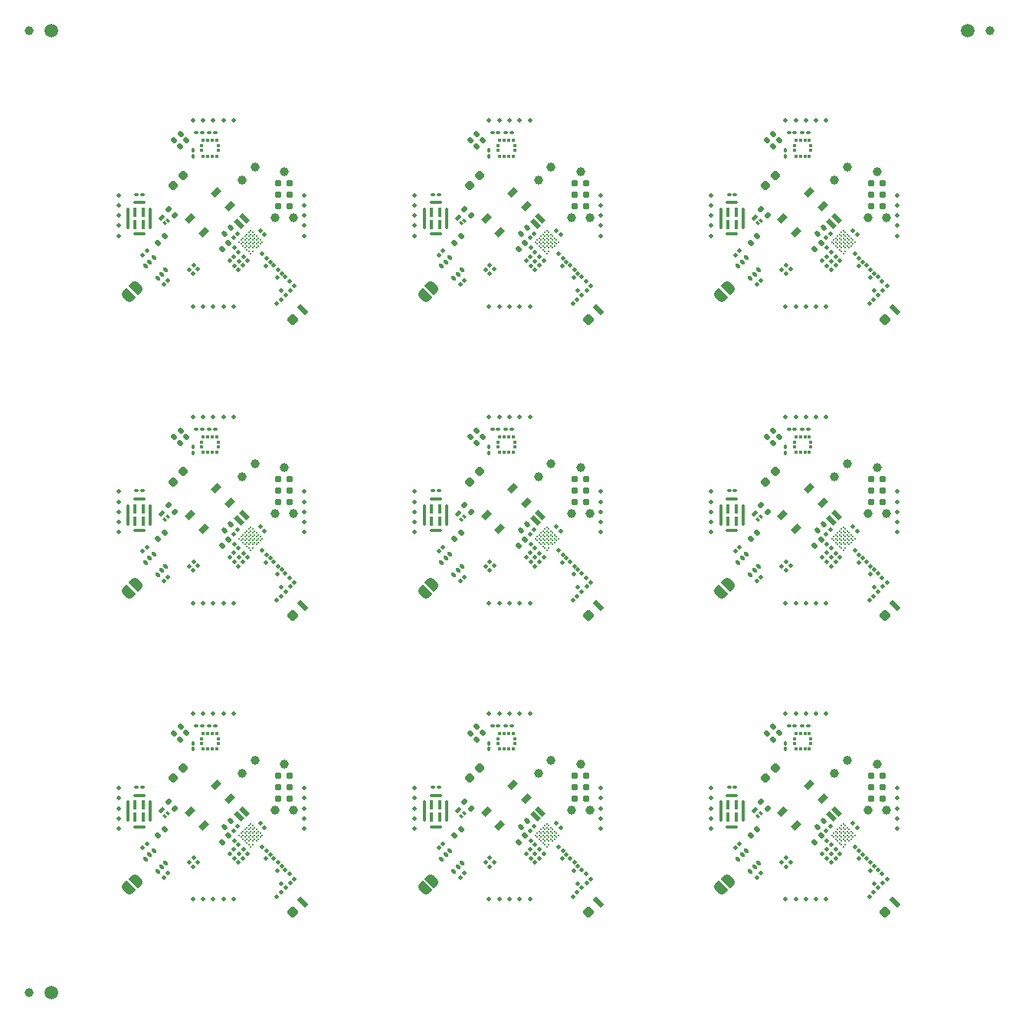
<source format=gts>
%TF.GenerationSoftware,KiCad,Pcbnew,9.0.0-rc2-3baa6cd791~182~ubuntu24.04.1*%
%TF.CreationDate,2025-01-30T23:50:26-05:00*%
%TF.ProjectId,PCA20073_nRF54L15_Tiny_Board,50434132-3030-4373-935f-6e524635344c,rev?*%
%TF.SameCoordinates,Original*%
%TF.FileFunction,Soldermask,Top*%
%TF.FilePolarity,Negative*%
%FSLAX46Y46*%
G04 Gerber Fmt 4.6, Leading zero omitted, Abs format (unit mm)*
G04 Created by KiCad (PCBNEW 9.0.0-rc2-3baa6cd791~182~ubuntu24.04.1) date 2025-01-30 23:50:26*
%MOMM*%
%LPD*%
G01*
G04 APERTURE LIST*
G04 Aperture macros list*
%AMRoundRect*
0 Rectangle with rounded corners*
0 $1 Rounding radius*
0 $2 $3 $4 $5 $6 $7 $8 $9 X,Y pos of 4 corners*
0 Add a 4 corners polygon primitive as box body*
4,1,4,$2,$3,$4,$5,$6,$7,$8,$9,$2,$3,0*
0 Add four circle primitives for the rounded corners*
1,1,$1+$1,$2,$3*
1,1,$1+$1,$4,$5*
1,1,$1+$1,$6,$7*
1,1,$1+$1,$8,$9*
0 Add four rect primitives between the rounded corners*
20,1,$1+$1,$2,$3,$4,$5,0*
20,1,$1+$1,$4,$5,$6,$7,0*
20,1,$1+$1,$6,$7,$8,$9,0*
20,1,$1+$1,$8,$9,$2,$3,0*%
%AMRotRect*
0 Rectangle, with rotation*
0 The origin of the aperture is its center*
0 $1 length*
0 $2 width*
0 $3 Rotation angle, in degrees counterclockwise*
0 Add horizontal line*
21,1,$1,$2,0,0,$3*%
%AMFreePoly0*
4,1,23,0.499999,-0.750000,0.000000,-0.750000,0.000000,-0.745722,-0.065263,-0.745722,-0.191342,-0.711940,-0.304381,-0.646677,-0.396677,-0.554382,-0.461940,-0.441342,-0.495722,-0.315263,-0.495722,-0.250000,-0.500000,-0.250000,-0.500000,0.250000,-0.495722,0.250000,-0.495722,0.315263,-0.461940,0.441342,-0.396677,0.554382,-0.304381,0.646677,-0.191342,0.711940,-0.065263,0.745722,0.000000,0.745722,
0.000000,0.750000,0.499999,0.750000,0.499999,-0.750000,0.499999,-0.750000,$1*%
%AMFreePoly1*
4,1,23,0.000000,0.745722,0.065263,0.745722,0.191342,0.711940,0.304381,0.646677,0.396677,0.554382,0.461940,0.441342,0.495722,0.315263,0.495722,0.250000,0.500000,0.250000,0.500000,-0.250000,0.495722,-0.250000,0.495722,-0.315263,0.461940,-0.441342,0.396677,-0.554382,0.304381,-0.646677,0.191342,-0.711940,0.065263,-0.745722,0.000000,-0.745722,0.000000,-0.750000,-0.499999,-0.750000,
-0.499999,0.750000,0.000000,0.750000,0.000000,0.745722,0.000000,0.745722,$1*%
G04 Aperture macros list end*
%ADD10C,0.500000*%
%ADD11RoundRect,0.100000X0.021213X0.162635X-0.162635X-0.021213X-0.021213X-0.162635X0.162635X0.021213X0*%
%ADD12RoundRect,0.100000X-0.229810X0.088388X0.088388X-0.229810X0.229810X-0.088388X-0.088388X0.229810X0*%
%ADD13C,1.500000*%
%ADD14RoundRect,0.100000X-0.162635X0.021213X0.021213X-0.162635X0.162635X-0.021213X-0.021213X0.162635X0*%
%ADD15RoundRect,0.075000X-0.282843X0.530330X-0.530330X0.282843X0.282843X-0.530330X0.530330X-0.282843X0*%
%ADD16RoundRect,0.150000X0.000000X0.494975X-0.494975X0.000000X0.000000X-0.494975X0.494975X0.000000X0*%
%ADD17RotRect,0.250000X0.400000X45.000000*%
%ADD18RotRect,0.700000X0.400000X45.000000*%
%ADD19RoundRect,0.147500X0.017678X-0.226274X0.226274X-0.017678X-0.017678X0.226274X-0.226274X0.017678X0*%
%ADD20RoundRect,0.100000X0.162635X-0.021213X-0.021213X0.162635X-0.162635X0.021213X0.021213X-0.162635X0*%
%ADD21C,1.000000*%
%ADD22RoundRect,0.060000X-0.140000X-0.415000X0.140000X-0.415000X0.140000X0.415000X-0.140000X0.415000X0*%
%ADD23RoundRect,0.052500X-0.122500X1.097500X-0.122500X-1.097500X0.122500X-1.097500X0.122500X1.097500X0*%
%ADD24RoundRect,0.052500X0.597500X0.122500X-0.597500X0.122500X-0.597500X-0.122500X0.597500X-0.122500X0*%
%ADD25RoundRect,0.135000X-0.035355X0.226274X-0.226274X0.035355X0.035355X-0.226274X0.226274X-0.035355X0*%
%ADD26RoundRect,0.135000X-0.226274X-0.035355X-0.035355X-0.226274X0.226274X0.035355X0.035355X0.226274X0*%
%ADD27RoundRect,0.100000X-0.021213X-0.162635X0.162635X0.021213X0.021213X0.162635X-0.162635X-0.021213X0*%
%ADD28RoundRect,0.100000X0.130000X0.100000X-0.130000X0.100000X-0.130000X-0.100000X0.130000X-0.100000X0*%
%ADD29RoundRect,0.140000X-0.021213X0.219203X-0.219203X0.021213X0.021213X-0.219203X0.219203X-0.021213X0*%
%ADD30RotRect,0.575000X1.114000X45.000000*%
%ADD31C,0.990600*%
%ADD32C,0.787400*%
%ADD33RoundRect,0.218750X0.026517X-0.335876X0.335876X-0.026517X-0.026517X0.335876X-0.335876X0.026517X0*%
%ADD34RoundRect,0.033000X0.132000X-0.162000X0.132000X0.162000X-0.132000X0.162000X-0.132000X-0.162000X0*%
%ADD35RoundRect,0.033000X0.162000X-0.132000X0.162000X0.132000X-0.162000X0.132000X-0.162000X-0.132000X0*%
%ADD36RoundRect,0.100000X-0.100000X0.130000X-0.100000X-0.130000X0.100000X-0.130000X0.100000X0.130000X0*%
%ADD37C,0.200000*%
%ADD38RoundRect,0.100000X-0.130000X-0.100000X0.130000X-0.100000X0.130000X0.100000X-0.130000X0.100000X0*%
%ADD39FreePoly0,45.000000*%
%ADD40FreePoly1,45.000000*%
%ADD41RotRect,1.050000X0.650000X45.000000*%
%ADD42C,0.150000*%
G04 APERTURE END LIST*
D10*
%TO.C,KiKit_MB_13_5*%
X105284002Y-75872784D03*
%TD*%
%TO.C,KiKit_MB_13_2*%
X105284002Y-79247784D03*
%TD*%
%TO.C,KiKit_MB_30_1*%
X158553049Y-108621521D03*
%TD*%
%TO.C,KiKit_MB_21_2*%
X170781475Y-79247784D03*
%TD*%
D11*
%TO.C,C4*%
X141167303Y-49284348D03*
X140714755Y-49736896D03*
%TD*%
D10*
%TO.C,KiKit_MB_3_2*%
X114626263Y-34906784D03*
%TD*%
%TO.C,KiKit_MB_4_2*%
X116876264Y-55427096D03*
%TD*%
D12*
%TO.C,U2*%
X141923907Y-115538426D03*
X141464288Y-115998046D03*
X141004668Y-116457665D03*
X142348171Y-117801168D03*
X142807790Y-117341548D03*
X143267410Y-116881929D03*
%TD*%
D13*
%TO.C,KiKit_TO_2*%
X199122785Y-25000000D03*
%TD*%
D14*
%TO.C,L2*%
X186679318Y-82379567D03*
X187131866Y-82832115D03*
%TD*%
D10*
%TO.C,KiKit_MB_32_4*%
X147375000Y-120924570D03*
%TD*%
D15*
%TO.C,AE1*%
X158349998Y-121244778D03*
D16*
X157253982Y-122340794D03*
%TD*%
D10*
%TO.C,KiKit_MB_18_4*%
X158553049Y-79247784D03*
%TD*%
D17*
%TO.C,Q1*%
X175927759Y-46240253D03*
X176245957Y-45922055D03*
D18*
X175591884Y-45586180D03*
%TD*%
D10*
%TO.C,KiKit_MB_26_1*%
X125804312Y-108621521D03*
%TD*%
%TO.C,KiKit_MB_2_3*%
X125804312Y-45374048D03*
%TD*%
D11*
%TO.C,C4*%
X108418566Y-49284348D03*
X107966018Y-49736896D03*
%TD*%
D10*
%TO.C,KiKit_MB_17_2*%
X138032738Y-79247784D03*
%TD*%
%TO.C,KiKit_MB_25_2*%
X105284002Y-111996521D03*
%TD*%
D19*
%TO.C,L1*%
X116733293Y-81841318D03*
X117419187Y-81155424D03*
%TD*%
D10*
%TO.C,KiKit_MB_1_2*%
X105284002Y-46499048D03*
%TD*%
D14*
%TO.C,L3*%
X155203373Y-83652360D03*
X155655921Y-84104908D03*
%TD*%
D20*
%TO.C,L18*%
X123748641Y-119646716D03*
X123296093Y-119194168D03*
%TD*%
D21*
%TO.C,TP1*%
X118933244Y-106982434D03*
%TD*%
D10*
%TO.C,KiKit_MB_28_3*%
X115751264Y-120924570D03*
%TD*%
D22*
%TO.C,MK1*%
X172633170Y-45018762D03*
X172633170Y-46368762D03*
X173533170Y-46368762D03*
X173533170Y-45018762D03*
D23*
X171858170Y-45693762D03*
D24*
X173083170Y-43968762D03*
X173083170Y-47418762D03*
D23*
X174308170Y-45693762D03*
%TD*%
D10*
%TO.C,KiKit_MB_34_4*%
X191301786Y-111996521D03*
%TD*%
%TO.C,KiKit_MB_7_2*%
X147374999Y-34906784D03*
%TD*%
%TO.C,KiKit_MB_17_1*%
X138032738Y-80372784D03*
%TD*%
D14*
%TO.C,R2*%
X113092542Y-116853645D03*
X113545090Y-117306193D03*
%TD*%
D11*
%TO.C,L7*%
X123232453Y-54665431D03*
X122779905Y-55117979D03*
%TD*%
D14*
%TO.C,L2*%
X121181844Y-49630830D03*
X121634392Y-50083378D03*
%TD*%
D25*
%TO.C,JP3*%
X144893755Y-69128387D03*
X144172507Y-69849635D03*
%TD*%
D26*
%TO.C,R1*%
X176291919Y-110157344D03*
X177013167Y-110878592D03*
%TD*%
D10*
%TO.C,KiKit_MB_14_4*%
X125804312Y-79247784D03*
%TD*%
D19*
%TO.C,L1*%
X182230767Y-49092581D03*
X182916661Y-48406687D03*
%TD*%
D10*
%TO.C,KiKit_MB_23_1*%
X178998736Y-67655514D03*
%TD*%
D27*
%TO.C,FB1*%
X150319952Y-50361837D03*
X150772500Y-49909289D03*
%TD*%
D28*
%TO.C,C17*%
X114508557Y-68979894D03*
X113868557Y-68979894D03*
%TD*%
D29*
%TO.C,C10*%
X150430402Y-112236238D03*
X149751580Y-112915060D03*
%TD*%
D10*
%TO.C,KiKit_MB_19_5*%
X150749999Y-67655536D03*
%TD*%
%TO.C,KiKit_MB_20_4*%
X147375000Y-88175833D03*
%TD*%
D14*
%TO.C,C12*%
X118575307Y-50418406D03*
X119027855Y-50870954D03*
%TD*%
D25*
%TO.C,R4*%
X143125988Y-47665074D03*
X142404740Y-48386322D03*
%TD*%
D30*
%TO.C,Y1*%
X184092706Y-111781554D03*
X184676070Y-111198190D03*
%TD*%
D14*
%TO.C,C2*%
X183577806Y-50913381D03*
X184030354Y-51365929D03*
%TD*%
D31*
%TO.C,J1*%
X156348886Y-40500595D03*
X157364886Y-45580595D03*
X155332886Y-45580595D03*
D32*
X155713886Y-41770595D03*
X156983886Y-41770595D03*
X155713886Y-43040595D03*
X156983886Y-43040595D03*
X155713886Y-44310595D03*
X156983886Y-44310595D03*
%TD*%
D33*
%TO.C,D1*%
X144054066Y-107539281D03*
X145167760Y-106425587D03*
%TD*%
D11*
%TO.C,C9*%
X156066043Y-84515030D03*
X155613495Y-84967578D03*
%TD*%
D21*
%TO.C,TP1*%
X118933244Y-74233697D03*
%TD*%
D10*
%TO.C,KiKit_MB_9_4*%
X170781475Y-44249048D03*
%TD*%
D14*
%TO.C,R3*%
X113587517Y-83609933D03*
X114040065Y-84062481D03*
%TD*%
D11*
%TO.C,C6*%
X187541988Y-83242238D03*
X187089440Y-83694786D03*
%TD*%
D27*
%TO.C,FB1*%
X183068689Y-115859311D03*
X183521237Y-115406763D03*
%TD*%
D14*
%TO.C,L4*%
X189224902Y-84925152D03*
X189677450Y-85377700D03*
%TD*%
%TO.C,C2*%
X150829069Y-50913381D03*
X151281617Y-51365929D03*
%TD*%
D10*
%TO.C,KiKit_MB_27_5*%
X118001262Y-100404273D03*
%TD*%
D34*
%TO.C,U3*%
X114647710Y-104306900D03*
X115147710Y-104306900D03*
X115647710Y-104306900D03*
X116147710Y-104306900D03*
D35*
X116312110Y-103696900D03*
X116312110Y-103196900D03*
D34*
X116147710Y-102586900D03*
X115647710Y-102586900D03*
X115147710Y-102586900D03*
X114647710Y-102586900D03*
D35*
X114483310Y-103196900D03*
X114483310Y-103696900D03*
%TD*%
D29*
%TO.C,C10*%
X117681665Y-112236238D03*
X117002843Y-112915060D03*
%TD*%
D36*
%TO.C,C16*%
X179000138Y-70943849D03*
X179000138Y-71583849D03*
%TD*%
D37*
%TO.C,U1*%
X152644494Y-82347889D03*
X152432362Y-82135757D03*
X152220230Y-81923625D03*
X152008098Y-81711493D03*
X151795966Y-81499361D03*
X151583834Y-81287228D03*
X151371702Y-81075096D03*
X152856626Y-82135757D03*
X152432362Y-81711493D03*
X152220230Y-81499361D03*
X152008098Y-81287228D03*
X151795966Y-81075096D03*
X151583834Y-80862964D03*
X152856626Y-81711493D03*
X152644494Y-81499361D03*
X152432362Y-81287228D03*
X152220230Y-81075096D03*
X152008098Y-80862964D03*
X151795966Y-80650832D03*
X153280891Y-81711493D03*
X153068759Y-81499361D03*
X152856626Y-81287228D03*
X152644494Y-81075096D03*
X152432362Y-80862964D03*
X152220230Y-80650832D03*
X152008098Y-80438700D03*
X153493023Y-81499361D03*
X153280891Y-81287228D03*
X153068759Y-81075096D03*
X152856626Y-80862964D03*
X152644494Y-80650832D03*
X152432362Y-80438700D03*
X152220230Y-80226568D03*
X153705155Y-81287228D03*
X153493023Y-81075096D03*
X153280891Y-80862964D03*
X153068759Y-80650832D03*
X152856626Y-80438700D03*
X152644494Y-80226568D03*
X152432362Y-80014436D03*
X153917287Y-81075096D03*
X153705155Y-80862964D03*
X153493023Y-80650832D03*
X153280891Y-80438700D03*
X153068759Y-80226568D03*
X152856626Y-80014436D03*
X152644494Y-79802304D03*
%TD*%
D14*
%TO.C,L2*%
X153930581Y-82379567D03*
X154383129Y-82832115D03*
%TD*%
D11*
%TO.C,C11*%
X118448027Y-47363705D03*
X117995479Y-47816253D03*
%TD*%
D10*
%TO.C,KiKit_MB_31_5*%
X150749999Y-100404273D03*
%TD*%
D14*
%TO.C,C12*%
X118575307Y-115915880D03*
X119027855Y-116368428D03*
%TD*%
D26*
%TO.C,R1*%
X143543182Y-44659870D03*
X144264430Y-45381118D03*
%TD*%
D14*
%TO.C,R2*%
X145841279Y-51356171D03*
X146293827Y-51808719D03*
%TD*%
D38*
%TO.C,C15*%
X180843885Y-101735702D03*
X181483885Y-101735702D03*
%TD*%
D34*
%TO.C,U3*%
X147396447Y-38809426D03*
X147896447Y-38809426D03*
X148396447Y-38809426D03*
X148896447Y-38809426D03*
D35*
X149060847Y-38199426D03*
X149060847Y-37699426D03*
D34*
X148896447Y-37089426D03*
X148396447Y-37089426D03*
X147896447Y-37089426D03*
X147396447Y-37089426D03*
D35*
X147232047Y-37699426D03*
X147232047Y-38199426D03*
%TD*%
D10*
%TO.C,KiKit_MB_28_2*%
X116876264Y-120924570D03*
%TD*%
D26*
%TO.C,R1*%
X110794445Y-110157344D03*
X111515693Y-110878592D03*
%TD*%
D10*
%TO.C,KiKit_MB_33_2*%
X170781475Y-111996521D03*
%TD*%
D14*
%TO.C,L3*%
X187952110Y-83652360D03*
X188404658Y-84104908D03*
%TD*%
D28*
%TO.C,C17*%
X114508557Y-101728631D03*
X113868557Y-101728631D03*
%TD*%
D36*
%TO.C,C16*%
X146251401Y-70943849D03*
X146251401Y-71583849D03*
%TD*%
D10*
%TO.C,KiKit_MB_32_1*%
X150750000Y-120924570D03*
%TD*%
D14*
%TO.C,C12*%
X118575307Y-83167143D03*
X119027855Y-83619691D03*
%TD*%
%TO.C,R3*%
X146336254Y-116358670D03*
X146788802Y-116811218D03*
%TD*%
D15*
%TO.C,AE1*%
X191098735Y-121244778D03*
D16*
X190002719Y-122340794D03*
%TD*%
D10*
%TO.C,KiKit_MB_8_1*%
X150750000Y-55427096D03*
%TD*%
D39*
%TO.C,JP1*%
X139060125Y-119745712D03*
D40*
X139979363Y-118826474D03*
%TD*%
D14*
%TO.C,R3*%
X179084991Y-83609933D03*
X179537539Y-84062481D03*
%TD*%
D39*
%TO.C,JP1*%
X106311388Y-119745712D03*
D40*
X107230626Y-118826474D03*
%TD*%
D27*
%TO.C,FB1*%
X150319952Y-83110574D03*
X150772500Y-82658026D03*
%TD*%
D11*
%TO.C,C4*%
X108418566Y-114781822D03*
X107966018Y-115234370D03*
%TD*%
D10*
%TO.C,KiKit_MB_12_5*%
X178998737Y-55427096D03*
%TD*%
D34*
%TO.C,U3*%
X180145184Y-104306900D03*
X180645184Y-104306900D03*
X181145184Y-104306900D03*
X181645184Y-104306900D03*
D35*
X181809584Y-103696900D03*
X181809584Y-103196900D03*
D34*
X181645184Y-102586900D03*
X181145184Y-102586900D03*
X180645184Y-102586900D03*
X180145184Y-102586900D03*
D35*
X179980784Y-103196900D03*
X179980784Y-103696900D03*
%TD*%
D10*
%TO.C,KiKit_MB_16_4*%
X114626264Y-88175833D03*
%TD*%
D25*
%TO.C,JP3*%
X177642492Y-101877124D03*
X176921244Y-102598372D03*
%TD*%
D10*
%TO.C,KiKit_MB_20_1*%
X150750000Y-88175833D03*
%TD*%
D20*
%TO.C,C1*%
X118539951Y-114890575D03*
X118087403Y-114438027D03*
%TD*%
D38*
%TO.C,C15*%
X180843885Y-36238228D03*
X181483885Y-36238228D03*
%TD*%
D15*
%TO.C,AE1*%
X125601261Y-121244778D03*
D16*
X124505245Y-122340794D03*
%TD*%
D11*
%TO.C,C6*%
X187541988Y-50493501D03*
X187089440Y-50946049D03*
%TD*%
D20*
%TO.C,C1*%
X151288688Y-82141838D03*
X150836140Y-81689290D03*
%TD*%
D10*
%TO.C,KiKit_MB_23_5*%
X183498736Y-67655536D03*
%TD*%
D36*
%TO.C,C16*%
X113502664Y-103692586D03*
X113502664Y-104332586D03*
%TD*%
D10*
%TO.C,KiKit_MB_16_1*%
X118001263Y-88175833D03*
%TD*%
D25*
%TO.C,JP2*%
X145558436Y-37044330D03*
X144837188Y-37765578D03*
%TD*%
D19*
%TO.C,L1*%
X182230767Y-81841318D03*
X182916661Y-81155424D03*
%TD*%
D14*
%TO.C,C2*%
X183577806Y-116410855D03*
X184030354Y-116863403D03*
%TD*%
D30*
%TO.C,Y1*%
X184092706Y-79032817D03*
X184676070Y-78449453D03*
%TD*%
D10*
%TO.C,KiKit_MB_10_5*%
X191301786Y-47624047D03*
%TD*%
%TO.C,KiKit_MB_11_5*%
X183498736Y-34906800D03*
%TD*%
D34*
%TO.C,U3*%
X114647710Y-38809426D03*
X115147710Y-38809426D03*
X115647710Y-38809426D03*
X116147710Y-38809426D03*
D35*
X116312110Y-38199426D03*
X116312110Y-37699426D03*
D34*
X116147710Y-37089426D03*
X115647710Y-37089426D03*
X115147710Y-37089426D03*
X114647710Y-37089426D03*
D35*
X114483310Y-37699426D03*
X114483310Y-38199426D03*
%TD*%
D41*
%TO.C,SW1*%
X145919061Y-78476338D03*
X148853554Y-75541845D03*
X147439340Y-79996617D03*
X150356156Y-77079802D03*
%TD*%
D10*
%TO.C,KiKit_MB_22_4*%
X191301786Y-79247784D03*
%TD*%
D11*
%TO.C,C4*%
X141167303Y-82033085D03*
X140714755Y-82485633D03*
%TD*%
D10*
%TO.C,KiKit_MB_6_2*%
X158553049Y-44249048D03*
%TD*%
%TO.C,KiKit_MB_25_5*%
X105284002Y-108621521D03*
%TD*%
D20*
%TO.C,C8*%
X121408713Y-80229367D03*
X120956165Y-79776819D03*
%TD*%
D14*
%TO.C,C12*%
X184072781Y-50418406D03*
X184525329Y-50870954D03*
%TD*%
D10*
%TO.C,KiKit_MB_5_2*%
X138032738Y-46499048D03*
%TD*%
D14*
%TO.C,C2*%
X150829069Y-116410855D03*
X151281617Y-116863403D03*
%TD*%
D10*
%TO.C,KiKit_MB_10_3*%
X191301786Y-45374048D03*
%TD*%
D38*
%TO.C,C20*%
X107285393Y-108552211D03*
X107925393Y-108552211D03*
%TD*%
D11*
%TO.C,C4*%
X173916040Y-114781822D03*
X173463492Y-115234370D03*
%TD*%
D33*
%TO.C,D1*%
X144054066Y-42041807D03*
X145167760Y-40928113D03*
%TD*%
D15*
%TO.C,AE1*%
X125601261Y-88496041D03*
D16*
X124505245Y-89592057D03*
%TD*%
D10*
%TO.C,KiKit_MB_3_5*%
X118001262Y-34906800D03*
%TD*%
D14*
%TO.C,C12*%
X151324044Y-83167143D03*
X151776592Y-83619691D03*
%TD*%
%TO.C,C5*%
X119077353Y-49930502D03*
X119529901Y-50383050D03*
%TD*%
D25*
%TO.C,JP3*%
X177642492Y-36379650D03*
X176921244Y-37100898D03*
%TD*%
D10*
%TO.C,KiKit_MB_21_4*%
X170781475Y-76997784D03*
%TD*%
D11*
%TO.C,L6*%
X157473185Y-118670909D03*
X157020637Y-119123457D03*
%TD*%
%TO.C,L7*%
X188729927Y-87414168D03*
X188277379Y-87866716D03*
%TD*%
D42*
%TO.C,Y2*%
X120010734Y-116679555D03*
X119833957Y-116856332D03*
X119657180Y-116679555D03*
X119833957Y-116502778D03*
%TD*%
D14*
%TO.C,L4*%
X189224902Y-117673889D03*
X189677450Y-118126437D03*
%TD*%
D10*
%TO.C,KiKit_MB_19_1*%
X146249999Y-67655514D03*
%TD*%
D38*
%TO.C,C15*%
X115346411Y-68986965D03*
X115986411Y-68986965D03*
%TD*%
D10*
%TO.C,KiKit_MB_32_2*%
X149625000Y-120924570D03*
%TD*%
D25*
%TO.C,R4*%
X110377251Y-80413811D03*
X109656003Y-81135059D03*
%TD*%
D10*
%TO.C,KiKit_MB_17_4*%
X138032738Y-76997784D03*
%TD*%
D14*
%TO.C,R3*%
X146336254Y-83609933D03*
X146788802Y-84062481D03*
%TD*%
D29*
%TO.C,C10*%
X183179139Y-79487501D03*
X182500317Y-80166323D03*
%TD*%
%TO.C,C10*%
X117681665Y-79487501D03*
X117002843Y-80166323D03*
%TD*%
D10*
%TO.C,KiKit_MB_6_5*%
X158553049Y-47624047D03*
%TD*%
D14*
%TO.C,C5*%
X151826090Y-82679239D03*
X152278638Y-83131787D03*
%TD*%
D11*
%TO.C,C6*%
X154793251Y-115990975D03*
X154340703Y-116443523D03*
%TD*%
D33*
%TO.C,D1*%
X176802803Y-74790544D03*
X177916497Y-73676850D03*
%TD*%
D14*
%TO.C,L2*%
X186679318Y-115128304D03*
X187131866Y-115580852D03*
%TD*%
D34*
%TO.C,U3*%
X114647710Y-71558163D03*
X115147710Y-71558163D03*
X115647710Y-71558163D03*
X116147710Y-71558163D03*
D35*
X116312110Y-70948163D03*
X116312110Y-70448163D03*
D34*
X116147710Y-69838163D03*
X115647710Y-69838163D03*
X115147710Y-69838163D03*
X114647710Y-69838163D03*
D35*
X114483310Y-70448163D03*
X114483310Y-70948163D03*
%TD*%
D10*
%TO.C,KiKit_MB_34_2*%
X191301786Y-109746521D03*
%TD*%
D20*
%TO.C,C1*%
X118539951Y-82141838D03*
X118087403Y-81689290D03*
%TD*%
%TO.C,C8*%
X154157450Y-80229367D03*
X153704902Y-79776819D03*
%TD*%
D27*
%TO.C,C3*%
X110313613Y-118501203D03*
X110766161Y-118048655D03*
%TD*%
D21*
%TO.C,TP1*%
X151681981Y-106982434D03*
%TD*%
D31*
%TO.C,J1*%
X189097623Y-73249332D03*
X190113623Y-78329332D03*
X188081623Y-78329332D03*
D32*
X188462623Y-74519332D03*
X189732623Y-74519332D03*
X188462623Y-75789332D03*
X189732623Y-75789332D03*
X188462623Y-77059332D03*
X189732623Y-77059332D03*
%TD*%
D19*
%TO.C,L1*%
X149482030Y-81841318D03*
X150167924Y-81155424D03*
%TD*%
D10*
%TO.C,KiKit_MB_24_1*%
X183498737Y-88175833D03*
%TD*%
D30*
%TO.C,Y1*%
X151343969Y-79032817D03*
X151927333Y-78449453D03*
%TD*%
D14*
%TO.C,C2*%
X150829069Y-83662118D03*
X151281617Y-84114666D03*
%TD*%
D21*
%TO.C,TP1*%
X184430718Y-106982434D03*
%TD*%
D10*
%TO.C,KiKit_MB_23_2*%
X180123736Y-67655520D03*
%TD*%
D11*
%TO.C,C9*%
X123317306Y-117263767D03*
X122864758Y-117716315D03*
%TD*%
D14*
%TO.C,C2*%
X118080332Y-116410855D03*
X118532880Y-116863403D03*
%TD*%
D37*
%TO.C,U1*%
X185393231Y-82347889D03*
X185181099Y-82135757D03*
X184968967Y-81923625D03*
X184756835Y-81711493D03*
X184544703Y-81499361D03*
X184332571Y-81287228D03*
X184120439Y-81075096D03*
X185605363Y-82135757D03*
X185181099Y-81711493D03*
X184968967Y-81499361D03*
X184756835Y-81287228D03*
X184544703Y-81075096D03*
X184332571Y-80862964D03*
X185605363Y-81711493D03*
X185393231Y-81499361D03*
X185181099Y-81287228D03*
X184968967Y-81075096D03*
X184756835Y-80862964D03*
X184544703Y-80650832D03*
X186029628Y-81711493D03*
X185817496Y-81499361D03*
X185605363Y-81287228D03*
X185393231Y-81075096D03*
X185181099Y-80862964D03*
X184968967Y-80650832D03*
X184756835Y-80438700D03*
X186241760Y-81499361D03*
X186029628Y-81287228D03*
X185817496Y-81075096D03*
X185605363Y-80862964D03*
X185393231Y-80650832D03*
X185181099Y-80438700D03*
X184968967Y-80226568D03*
X186453892Y-81287228D03*
X186241760Y-81075096D03*
X186029628Y-80862964D03*
X185817496Y-80650832D03*
X185605363Y-80438700D03*
X185393231Y-80226568D03*
X185181099Y-80014436D03*
X186666024Y-81075096D03*
X186453892Y-80862964D03*
X186241760Y-80650832D03*
X186029628Y-80438700D03*
X185817496Y-80226568D03*
X185605363Y-80014436D03*
X185393231Y-79802304D03*
%TD*%
D31*
%TO.C,J1*%
X123600149Y-105998069D03*
X124616149Y-111078069D03*
X122584149Y-111078069D03*
D32*
X122965149Y-107268069D03*
X124235149Y-107268069D03*
X122965149Y-108538069D03*
X124235149Y-108538069D03*
X122965149Y-109808069D03*
X124235149Y-109808069D03*
%TD*%
D34*
%TO.C,U3*%
X147396447Y-71558163D03*
X147896447Y-71558163D03*
X148396447Y-71558163D03*
X148896447Y-71558163D03*
D35*
X149060847Y-70948163D03*
X149060847Y-70448163D03*
D34*
X148896447Y-69838163D03*
X148396447Y-69838163D03*
X147896447Y-69838163D03*
X147396447Y-69838163D03*
D35*
X147232047Y-70448163D03*
X147232047Y-70948163D03*
%TD*%
D10*
%TO.C,KiKit_MB_2_4*%
X125804312Y-46499048D03*
%TD*%
%TO.C,KiKit_MB_15_5*%
X118001262Y-67655536D03*
%TD*%
%TO.C,KiKit_MB_27_4*%
X116876263Y-100404267D03*
%TD*%
D36*
%TO.C,C16*%
X146251401Y-38195112D03*
X146251401Y-38835112D03*
%TD*%
D27*
%TO.C,C3*%
X175811087Y-118501203D03*
X176263635Y-118048655D03*
%TD*%
D10*
%TO.C,KiKit_MB_16_5*%
X113501264Y-88175833D03*
%TD*%
%TO.C,KiKit_MB_35_5*%
X183498736Y-100404273D03*
%TD*%
D20*
%TO.C,L18*%
X123748641Y-86897979D03*
X123296093Y-86445431D03*
%TD*%
%TO.C,L18*%
X189246115Y-119646716D03*
X188793567Y-119194168D03*
%TD*%
D10*
%TO.C,KiKit_MB_27_1*%
X113501263Y-100404251D03*
%TD*%
D25*
%TO.C,JP2*%
X178307173Y-102541804D03*
X177585925Y-103263052D03*
%TD*%
D10*
%TO.C,KiKit_MB_18_2*%
X158553049Y-76997784D03*
%TD*%
D21*
%TO.C,TP2*%
X185844932Y-72819484D03*
%TD*%
D30*
%TO.C,Y1*%
X118595232Y-46284080D03*
X119178596Y-45700716D03*
%TD*%
D10*
%TO.C,KiKit_MB_24_2*%
X182373737Y-88175833D03*
%TD*%
%TO.C,KiKit_MB_22_3*%
X191301786Y-78122784D03*
%TD*%
D38*
%TO.C,C20*%
X172782867Y-75803474D03*
X173422867Y-75803474D03*
%TD*%
D11*
%TO.C,L6*%
X190221922Y-118670909D03*
X189769374Y-119123457D03*
%TD*%
D36*
%TO.C,C16*%
X113502664Y-70943849D03*
X113502664Y-71583849D03*
%TD*%
D27*
%TO.C,C3*%
X110313613Y-53003729D03*
X110766161Y-52551181D03*
%TD*%
D13*
%TO.C,KiKit_TO_3*%
X97877216Y-131245569D03*
%TD*%
D10*
%TO.C,KiKit_MB_5_5*%
X138032738Y-43124048D03*
%TD*%
D14*
%TO.C,L3*%
X122454636Y-83652360D03*
X122907184Y-84104908D03*
%TD*%
D21*
%TO.C,TP1*%
X151681981Y-74233697D03*
%TD*%
D41*
%TO.C,SW1*%
X113170324Y-45727601D03*
X116104817Y-42793108D03*
X114690603Y-47247880D03*
X117607419Y-44331065D03*
%TD*%
D10*
%TO.C,KiKit_MB_31_2*%
X147374999Y-100404257D03*
%TD*%
D38*
%TO.C,C15*%
X115346411Y-101735702D03*
X115986411Y-101735702D03*
%TD*%
D39*
%TO.C,JP1*%
X139060125Y-54248238D03*
D40*
X139979363Y-53329000D03*
%TD*%
D41*
%TO.C,SW1*%
X113170324Y-111225075D03*
X116104817Y-108290582D03*
X114690603Y-112745354D03*
X117607419Y-109828539D03*
%TD*%
D14*
%TO.C,C12*%
X184072781Y-115915880D03*
X184525329Y-116368428D03*
%TD*%
D27*
%TO.C,FB1*%
X117571215Y-83110574D03*
X118023763Y-82658026D03*
%TD*%
%TO.C,FB1*%
X150319952Y-115859311D03*
X150772500Y-115406763D03*
%TD*%
D21*
%TO.C,TP2*%
X185844932Y-105568221D03*
%TD*%
%TO.C,TP2*%
X153096195Y-105568221D03*
%TD*%
D12*
%TO.C,U2*%
X141923907Y-82789689D03*
X141464288Y-83249309D03*
X141004668Y-83708928D03*
X142348171Y-85052431D03*
X142807790Y-84592811D03*
X143267410Y-84133192D03*
%TD*%
D10*
%TO.C,KiKit_MB_12_4*%
X180123737Y-55427096D03*
%TD*%
D33*
%TO.C,D1*%
X111305329Y-74790544D03*
X112419023Y-73676850D03*
%TD*%
D27*
%TO.C,C3*%
X143062350Y-118501203D03*
X143514898Y-118048655D03*
%TD*%
D10*
%TO.C,KiKit_MB_5_1*%
X138032738Y-47624047D03*
%TD*%
D14*
%TO.C,C5*%
X151826090Y-49930502D03*
X152278638Y-50383050D03*
%TD*%
D11*
%TO.C,L7*%
X188729927Y-120162905D03*
X188277379Y-120615453D03*
%TD*%
D10*
%TO.C,KiKit_MB_13_4*%
X105284002Y-76997784D03*
%TD*%
D26*
%TO.C,R1*%
X110794445Y-77408607D03*
X111515693Y-78129855D03*
%TD*%
D10*
%TO.C,KiKit_MB_18_1*%
X158553049Y-75872784D03*
%TD*%
D34*
%TO.C,U3*%
X180145184Y-71558163D03*
X180645184Y-71558163D03*
X181145184Y-71558163D03*
X181645184Y-71558163D03*
D35*
X181809584Y-70948163D03*
X181809584Y-70448163D03*
D34*
X181645184Y-69838163D03*
X181145184Y-69838163D03*
X180645184Y-69838163D03*
X180145184Y-69838163D03*
D35*
X179980784Y-70448163D03*
X179980784Y-70948163D03*
%TD*%
D25*
%TO.C,JP2*%
X112809699Y-37044330D03*
X112088451Y-37765578D03*
%TD*%
D14*
%TO.C,C5*%
X119077353Y-115427976D03*
X119529901Y-115880524D03*
%TD*%
D21*
%TO.C,KiKit_FID_T_2*%
X201622785Y-25000000D03*
%TD*%
D10*
%TO.C,KiKit_MB_14_3*%
X125804312Y-78122784D03*
%TD*%
D25*
%TO.C,JP3*%
X112145018Y-36379650D03*
X111423770Y-37100898D03*
%TD*%
D36*
%TO.C,C16*%
X179000138Y-38195112D03*
X179000138Y-38835112D03*
%TD*%
D26*
%TO.C,R1*%
X176291919Y-77408607D03*
X177013167Y-78129855D03*
%TD*%
D15*
%TO.C,AE1*%
X158349998Y-55747304D03*
D16*
X157253982Y-56843320D03*
%TD*%
D10*
%TO.C,KiKit_MB_10_4*%
X191301786Y-46499048D03*
%TD*%
%TO.C,KiKit_MB_1_3*%
X105284002Y-45374048D03*
%TD*%
%TO.C,KiKit_MB_7_1*%
X146249999Y-34906778D03*
%TD*%
D25*
%TO.C,R4*%
X143125988Y-80413811D03*
X142404740Y-81135059D03*
%TD*%
D22*
%TO.C,MK1*%
X172633170Y-77767499D03*
X172633170Y-79117499D03*
X173533170Y-79117499D03*
X173533170Y-77767499D03*
D23*
X171858170Y-78442499D03*
D24*
X173083170Y-76717499D03*
X173083170Y-80167499D03*
D23*
X174308170Y-78442499D03*
%TD*%
D28*
%TO.C,C17*%
X180006031Y-101728631D03*
X179366031Y-101728631D03*
%TD*%
D21*
%TO.C,KiKit_FID_T_3*%
X95377216Y-131245569D03*
%TD*%
D11*
%TO.C,C9*%
X156066043Y-117263767D03*
X155613495Y-117716315D03*
%TD*%
D17*
%TO.C,Q1*%
X143179022Y-78988990D03*
X143497220Y-78670792D03*
D18*
X142843147Y-78334917D03*
%TD*%
D10*
%TO.C,KiKit_MB_11_1*%
X178998736Y-34906778D03*
%TD*%
D14*
%TO.C,L4*%
X156476165Y-84925152D03*
X156928713Y-85377700D03*
%TD*%
D11*
%TO.C,L7*%
X188729927Y-54665431D03*
X188277379Y-55117979D03*
%TD*%
D10*
%TO.C,KiKit_MB_12_1*%
X183498737Y-55427096D03*
%TD*%
D21*
%TO.C,TP2*%
X185844932Y-40070747D03*
%TD*%
D11*
%TO.C,C11*%
X183945501Y-47363705D03*
X183492953Y-47816253D03*
%TD*%
D10*
%TO.C,KiKit_MB_27_3*%
X115751263Y-100404262D03*
%TD*%
D42*
%TO.C,Y2*%
X120010734Y-51182081D03*
X119833957Y-51358858D03*
X119657180Y-51182081D03*
X119833957Y-51005304D03*
%TD*%
D10*
%TO.C,KiKit_MB_22_2*%
X191301786Y-76997784D03*
%TD*%
D14*
%TO.C,R3*%
X179084991Y-116358670D03*
X179537539Y-116811218D03*
%TD*%
D17*
%TO.C,Q1*%
X143179022Y-111737727D03*
X143497220Y-111419529D03*
D18*
X142843147Y-111083654D03*
%TD*%
D19*
%TO.C,L1*%
X149482030Y-114590055D03*
X150167924Y-113904161D03*
%TD*%
D10*
%TO.C,KiKit_MB_8_2*%
X149625000Y-55427096D03*
%TD*%
D29*
%TO.C,C10*%
X183179139Y-46738764D03*
X182500317Y-47417586D03*
%TD*%
%TO.C,C10*%
X150430402Y-79487501D03*
X149751580Y-80166323D03*
%TD*%
D10*
%TO.C,KiKit_MB_32_5*%
X146250000Y-120924570D03*
%TD*%
D20*
%TO.C,C1*%
X184037425Y-114890575D03*
X183584877Y-114438027D03*
%TD*%
D10*
%TO.C,KiKit_MB_35_3*%
X181248736Y-100404262D03*
%TD*%
D37*
%TO.C,U1*%
X185393231Y-49599152D03*
X185181099Y-49387020D03*
X184968967Y-49174888D03*
X184756835Y-48962756D03*
X184544703Y-48750624D03*
X184332571Y-48538491D03*
X184120439Y-48326359D03*
X185605363Y-49387020D03*
X185181099Y-48962756D03*
X184968967Y-48750624D03*
X184756835Y-48538491D03*
X184544703Y-48326359D03*
X184332571Y-48114227D03*
X185605363Y-48962756D03*
X185393231Y-48750624D03*
X185181099Y-48538491D03*
X184968967Y-48326359D03*
X184756835Y-48114227D03*
X184544703Y-47902095D03*
X186029628Y-48962756D03*
X185817496Y-48750624D03*
X185605363Y-48538491D03*
X185393231Y-48326359D03*
X185181099Y-48114227D03*
X184968967Y-47902095D03*
X184756835Y-47689963D03*
X186241760Y-48750624D03*
X186029628Y-48538491D03*
X185817496Y-48326359D03*
X185605363Y-48114227D03*
X185393231Y-47902095D03*
X185181099Y-47689963D03*
X184968967Y-47477831D03*
X186453892Y-48538491D03*
X186241760Y-48326359D03*
X186029628Y-48114227D03*
X185817496Y-47902095D03*
X185605363Y-47689963D03*
X185393231Y-47477831D03*
X185181099Y-47265699D03*
X186666024Y-48326359D03*
X186453892Y-48114227D03*
X186241760Y-47902095D03*
X186029628Y-47689963D03*
X185817496Y-47477831D03*
X185605363Y-47265699D03*
X185393231Y-47053567D03*
%TD*%
D14*
%TO.C,L4*%
X156476165Y-117673889D03*
X156928713Y-118126437D03*
%TD*%
D31*
%TO.C,J1*%
X123600149Y-73249332D03*
X124616149Y-78329332D03*
X122584149Y-78329332D03*
D32*
X122965149Y-74519332D03*
X124235149Y-74519332D03*
X122965149Y-75789332D03*
X124235149Y-75789332D03*
X122965149Y-77059332D03*
X124235149Y-77059332D03*
%TD*%
D20*
%TO.C,L18*%
X189246115Y-86897979D03*
X188793567Y-86445431D03*
%TD*%
D10*
%TO.C,KiKit_MB_13_3*%
X105284002Y-78122784D03*
%TD*%
D20*
%TO.C,C1*%
X151288688Y-49393101D03*
X150836140Y-48940553D03*
%TD*%
D10*
%TO.C,KiKit_MB_22_5*%
X191301786Y-80372784D03*
%TD*%
D25*
%TO.C,JP2*%
X112809699Y-69793067D03*
X112088451Y-70514315D03*
%TD*%
D10*
%TO.C,KiKit_MB_33_3*%
X170781475Y-110871521D03*
%TD*%
D22*
%TO.C,MK1*%
X172633170Y-110516236D03*
X172633170Y-111866236D03*
X173533170Y-111866236D03*
X173533170Y-110516236D03*
D23*
X171858170Y-111191236D03*
D24*
X173083170Y-109466236D03*
X173083170Y-112916236D03*
D23*
X174308170Y-111191236D03*
%TD*%
D27*
%TO.C,C3*%
X175811087Y-53003729D03*
X176263635Y-52551181D03*
%TD*%
D14*
%TO.C,C5*%
X119077353Y-82679239D03*
X119529901Y-83131787D03*
%TD*%
D17*
%TO.C,Q1*%
X175927759Y-78988990D03*
X176245957Y-78670792D03*
D18*
X175591884Y-78334917D03*
%TD*%
D14*
%TO.C,L3*%
X122454636Y-50903623D03*
X122907184Y-51356171D03*
%TD*%
D37*
%TO.C,U1*%
X119895757Y-49599152D03*
X119683625Y-49387020D03*
X119471493Y-49174888D03*
X119259361Y-48962756D03*
X119047229Y-48750624D03*
X118835097Y-48538491D03*
X118622965Y-48326359D03*
X120107889Y-49387020D03*
X119683625Y-48962756D03*
X119471493Y-48750624D03*
X119259361Y-48538491D03*
X119047229Y-48326359D03*
X118835097Y-48114227D03*
X120107889Y-48962756D03*
X119895757Y-48750624D03*
X119683625Y-48538491D03*
X119471493Y-48326359D03*
X119259361Y-48114227D03*
X119047229Y-47902095D03*
X120532154Y-48962756D03*
X120320022Y-48750624D03*
X120107889Y-48538491D03*
X119895757Y-48326359D03*
X119683625Y-48114227D03*
X119471493Y-47902095D03*
X119259361Y-47689963D03*
X120744286Y-48750624D03*
X120532154Y-48538491D03*
X120320022Y-48326359D03*
X120107889Y-48114227D03*
X119895757Y-47902095D03*
X119683625Y-47689963D03*
X119471493Y-47477831D03*
X120956418Y-48538491D03*
X120744286Y-48326359D03*
X120532154Y-48114227D03*
X120320022Y-47902095D03*
X120107889Y-47689963D03*
X119895757Y-47477831D03*
X119683625Y-47265699D03*
X121168550Y-48326359D03*
X120956418Y-48114227D03*
X120744286Y-47902095D03*
X120532154Y-47689963D03*
X120320022Y-47477831D03*
X120107889Y-47265699D03*
X119895757Y-47053567D03*
%TD*%
D15*
%TO.C,AE1*%
X125601261Y-55747304D03*
D16*
X124505245Y-56843320D03*
%TD*%
D10*
%TO.C,KiKit_MB_34_1*%
X191301786Y-108621521D03*
%TD*%
D14*
%TO.C,L4*%
X156476165Y-52176415D03*
X156928713Y-52628963D03*
%TD*%
D25*
%TO.C,JP3*%
X112145018Y-101877124D03*
X111423770Y-102598372D03*
%TD*%
D38*
%TO.C,C20*%
X172782867Y-43054737D03*
X173422867Y-43054737D03*
%TD*%
D10*
%TO.C,KiKit_MB_25_1*%
X105284002Y-113121521D03*
%TD*%
D11*
%TO.C,L6*%
X157473185Y-85922172D03*
X157020637Y-86374720D03*
%TD*%
D34*
%TO.C,U3*%
X147396447Y-104306900D03*
X147896447Y-104306900D03*
X148396447Y-104306900D03*
X148896447Y-104306900D03*
D35*
X149060847Y-103696900D03*
X149060847Y-103196900D03*
D34*
X148896447Y-102586900D03*
X148396447Y-102586900D03*
X147896447Y-102586900D03*
X147396447Y-102586900D03*
D35*
X147232047Y-103196900D03*
X147232047Y-103696900D03*
%TD*%
D21*
%TO.C,TP1*%
X151681981Y-41484960D03*
%TD*%
D11*
%TO.C,C11*%
X183945501Y-80112442D03*
X183492953Y-80564990D03*
%TD*%
D25*
%TO.C,R4*%
X110377251Y-113162548D03*
X109656003Y-113883796D03*
%TD*%
D10*
%TO.C,KiKit_MB_28_1*%
X118001263Y-120924570D03*
%TD*%
D14*
%TO.C,C2*%
X183577806Y-83662118D03*
X184030354Y-84114666D03*
%TD*%
D10*
%TO.C,KiKit_MB_19_4*%
X149624999Y-67655530D03*
%TD*%
%TO.C,KiKit_MB_23_3*%
X181248736Y-67655525D03*
%TD*%
%TO.C,KiKit_MB_10_2*%
X191301786Y-44249048D03*
%TD*%
D20*
%TO.C,C1*%
X184037425Y-49393101D03*
X183584877Y-48940553D03*
%TD*%
D10*
%TO.C,KiKit_MB_24_5*%
X178998737Y-88175833D03*
%TD*%
D12*
%TO.C,U2*%
X141923907Y-50040952D03*
X141464288Y-50500572D03*
X141004668Y-50960191D03*
X142348171Y-52303694D03*
X142807790Y-51844074D03*
X143267410Y-51384455D03*
%TD*%
D10*
%TO.C,KiKit_MB_26_4*%
X125804312Y-111996521D03*
%TD*%
%TO.C,KiKit_MB_36_2*%
X182373737Y-120924570D03*
%TD*%
D38*
%TO.C,C15*%
X115346411Y-36238228D03*
X115986411Y-36238228D03*
%TD*%
D10*
%TO.C,KiKit_MB_17_3*%
X138032738Y-78122784D03*
%TD*%
D28*
%TO.C,C17*%
X180006031Y-68979894D03*
X179366031Y-68979894D03*
%TD*%
D30*
%TO.C,Y1*%
X118595232Y-79032817D03*
X119178596Y-78449453D03*
%TD*%
D26*
%TO.C,R1*%
X143543182Y-77408607D03*
X144264430Y-78129855D03*
%TD*%
D27*
%TO.C,C3*%
X143062350Y-85752466D03*
X143514898Y-85299918D03*
%TD*%
D41*
%TO.C,SW1*%
X178667798Y-45727601D03*
X181602291Y-42793108D03*
X180188077Y-47247880D03*
X183104893Y-44331065D03*
%TD*%
D14*
%TO.C,L2*%
X121181844Y-115128304D03*
X121634392Y-115580852D03*
%TD*%
D10*
%TO.C,KiKit_MB_36_3*%
X181248737Y-120924570D03*
%TD*%
D28*
%TO.C,C17*%
X147257294Y-36231157D03*
X146617294Y-36231157D03*
%TD*%
D14*
%TO.C,L3*%
X187952110Y-50903623D03*
X188404658Y-51356171D03*
%TD*%
D10*
%TO.C,KiKit_MB_34_5*%
X191301786Y-113121521D03*
%TD*%
D11*
%TO.C,L6*%
X157473185Y-53173435D03*
X157020637Y-53625983D03*
%TD*%
D29*
%TO.C,C10*%
X183179139Y-112236238D03*
X182500317Y-112915060D03*
%TD*%
D33*
%TO.C,D1*%
X111305329Y-107539281D03*
X112419023Y-106425587D03*
%TD*%
D12*
%TO.C,U2*%
X109175170Y-82789689D03*
X108715551Y-83249309D03*
X108255931Y-83708928D03*
X109599434Y-85052431D03*
X110059053Y-84592811D03*
X110518673Y-84133192D03*
%TD*%
D19*
%TO.C,L1*%
X182230767Y-114590055D03*
X182916661Y-113904161D03*
%TD*%
D25*
%TO.C,R4*%
X110377251Y-47665074D03*
X109656003Y-48386322D03*
%TD*%
D10*
%TO.C,KiKit_MB_1_4*%
X105284002Y-44249048D03*
%TD*%
D26*
%TO.C,R1*%
X143543182Y-110157344D03*
X144264430Y-110878592D03*
%TD*%
D14*
%TO.C,R3*%
X113587517Y-50861196D03*
X114040065Y-51313744D03*
%TD*%
D38*
%TO.C,C20*%
X140034130Y-43054737D03*
X140674130Y-43054737D03*
%TD*%
D39*
%TO.C,JP1*%
X171808862Y-119745712D03*
D40*
X172728100Y-118826474D03*
%TD*%
D10*
%TO.C,KiKit_MB_25_3*%
X105284002Y-110871521D03*
%TD*%
D20*
%TO.C,C8*%
X154157450Y-47480630D03*
X153704902Y-47028082D03*
%TD*%
D27*
%TO.C,FB1*%
X183068689Y-83110574D03*
X183521237Y-82658026D03*
%TD*%
D31*
%TO.C,J1*%
X189097623Y-105998069D03*
X190113623Y-111078069D03*
X188081623Y-111078069D03*
D32*
X188462623Y-107268069D03*
X189732623Y-107268069D03*
X188462623Y-108538069D03*
X189732623Y-108538069D03*
X188462623Y-109808069D03*
X189732623Y-109808069D03*
%TD*%
D10*
%TO.C,KiKit_MB_35_1*%
X178998736Y-100404251D03*
%TD*%
%TO.C,KiKit_MB_9_1*%
X170781475Y-47624047D03*
%TD*%
%TO.C,KiKit_MB_2_5*%
X125804312Y-47624047D03*
%TD*%
D22*
%TO.C,MK1*%
X107135696Y-110516236D03*
X107135696Y-111866236D03*
X108035696Y-111866236D03*
X108035696Y-110516236D03*
D23*
X106360696Y-111191236D03*
D24*
X107585696Y-109466236D03*
X107585696Y-112916236D03*
D23*
X108810696Y-111191236D03*
%TD*%
D27*
%TO.C,FB1*%
X117571215Y-115859311D03*
X118023763Y-115406763D03*
%TD*%
D11*
%TO.C,C9*%
X156066043Y-51766293D03*
X155613495Y-52218841D03*
%TD*%
D10*
%TO.C,KiKit_MB_25_4*%
X105284002Y-109746521D03*
%TD*%
%TO.C,KiKit_MB_15_3*%
X115751263Y-67655525D03*
%TD*%
D20*
%TO.C,C1*%
X118539951Y-49393101D03*
X118087403Y-48940553D03*
%TD*%
D10*
%TO.C,KiKit_MB_11_4*%
X182373736Y-34906794D03*
%TD*%
%TO.C,KiKit_MB_27_2*%
X114626263Y-100404257D03*
%TD*%
D13*
%TO.C,KiKit_TO_1*%
X97877216Y-25000000D03*
%TD*%
D17*
%TO.C,Q1*%
X175927759Y-111737727D03*
X176245957Y-111419529D03*
D18*
X175591884Y-111083654D03*
%TD*%
D14*
%TO.C,L2*%
X153930581Y-49630830D03*
X154383129Y-50083378D03*
%TD*%
D20*
%TO.C,L18*%
X123748641Y-54149242D03*
X123296093Y-53696694D03*
%TD*%
D14*
%TO.C,L4*%
X189224902Y-52176415D03*
X189677450Y-52628963D03*
%TD*%
D10*
%TO.C,KiKit_MB_5_4*%
X138032738Y-44249048D03*
%TD*%
D11*
%TO.C,L6*%
X190221922Y-53173435D03*
X189769374Y-53625983D03*
%TD*%
D14*
%TO.C,L3*%
X187952110Y-116401097D03*
X188404658Y-116853645D03*
%TD*%
D37*
%TO.C,U1*%
X152644494Y-49599152D03*
X152432362Y-49387020D03*
X152220230Y-49174888D03*
X152008098Y-48962756D03*
X151795966Y-48750624D03*
X151583834Y-48538491D03*
X151371702Y-48326359D03*
X152856626Y-49387020D03*
X152432362Y-48962756D03*
X152220230Y-48750624D03*
X152008098Y-48538491D03*
X151795966Y-48326359D03*
X151583834Y-48114227D03*
X152856626Y-48962756D03*
X152644494Y-48750624D03*
X152432362Y-48538491D03*
X152220230Y-48326359D03*
X152008098Y-48114227D03*
X151795966Y-47902095D03*
X153280891Y-48962756D03*
X153068759Y-48750624D03*
X152856626Y-48538491D03*
X152644494Y-48326359D03*
X152432362Y-48114227D03*
X152220230Y-47902095D03*
X152008098Y-47689963D03*
X153493023Y-48750624D03*
X153280891Y-48538491D03*
X153068759Y-48326359D03*
X152856626Y-48114227D03*
X152644494Y-47902095D03*
X152432362Y-47689963D03*
X152220230Y-47477831D03*
X153705155Y-48538491D03*
X153493023Y-48326359D03*
X153280891Y-48114227D03*
X153068759Y-47902095D03*
X152856626Y-47689963D03*
X152644494Y-47477831D03*
X152432362Y-47265699D03*
X153917287Y-48326359D03*
X153705155Y-48114227D03*
X153493023Y-47902095D03*
X153280891Y-47689963D03*
X153068759Y-47477831D03*
X152856626Y-47265699D03*
X152644494Y-47053567D03*
%TD*%
D10*
%TO.C,KiKit_MB_3_3*%
X115751263Y-34906789D03*
%TD*%
D33*
%TO.C,D1*%
X111305329Y-42041807D03*
X112419023Y-40928113D03*
%TD*%
D10*
%TO.C,KiKit_MB_26_2*%
X125804312Y-109746521D03*
%TD*%
D38*
%TO.C,C15*%
X148095148Y-36238228D03*
X148735148Y-36238228D03*
%TD*%
D42*
%TO.C,Y2*%
X152759471Y-51182081D03*
X152582694Y-51358858D03*
X152405917Y-51182081D03*
X152582694Y-51005304D03*
%TD*%
D10*
%TO.C,KiKit_MB_18_3*%
X158553049Y-78122784D03*
%TD*%
D38*
%TO.C,C15*%
X148095148Y-101735702D03*
X148735148Y-101735702D03*
%TD*%
%TO.C,C20*%
X140034130Y-108552211D03*
X140674130Y-108552211D03*
%TD*%
D10*
%TO.C,KiKit_MB_8_4*%
X147375000Y-55427096D03*
%TD*%
D30*
%TO.C,Y1*%
X151343969Y-111781554D03*
X151927333Y-111198190D03*
%TD*%
D14*
%TO.C,C12*%
X151324044Y-50418406D03*
X151776592Y-50870954D03*
%TD*%
D10*
%TO.C,KiKit_MB_29_2*%
X138032738Y-111996521D03*
%TD*%
%TO.C,KiKit_MB_36_5*%
X178998737Y-120924570D03*
%TD*%
%TO.C,KiKit_MB_30_2*%
X158553049Y-109746521D03*
%TD*%
D28*
%TO.C,C17*%
X114508557Y-36231157D03*
X113868557Y-36231157D03*
%TD*%
D21*
%TO.C,TP2*%
X153096195Y-72819484D03*
%TD*%
D33*
%TO.C,D1*%
X176802803Y-107539281D03*
X177916497Y-106425587D03*
%TD*%
D36*
%TO.C,C16*%
X113502664Y-38195112D03*
X113502664Y-38835112D03*
%TD*%
D11*
%TO.C,C4*%
X108418566Y-82033085D03*
X107966018Y-82485633D03*
%TD*%
D10*
%TO.C,KiKit_MB_20_2*%
X149625000Y-88175833D03*
%TD*%
D14*
%TO.C,R3*%
X146336254Y-50861196D03*
X146788802Y-51313744D03*
%TD*%
D10*
%TO.C,KiKit_MB_5_3*%
X138032738Y-45374048D03*
%TD*%
%TO.C,KiKit_MB_10_1*%
X191301786Y-43124048D03*
%TD*%
D14*
%TO.C,L3*%
X155203373Y-50903623D03*
X155655921Y-51356171D03*
%TD*%
D27*
%TO.C,C3*%
X110313613Y-85752466D03*
X110766161Y-85299918D03*
%TD*%
D38*
%TO.C,C20*%
X107285393Y-75803474D03*
X107925393Y-75803474D03*
%TD*%
D10*
%TO.C,KiKit_MB_6_4*%
X158553049Y-46499048D03*
%TD*%
%TO.C,KiKit_MB_33_1*%
X170781475Y-113121521D03*
%TD*%
D21*
%TO.C,TP1*%
X184430718Y-74233697D03*
%TD*%
D10*
%TO.C,KiKit_MB_35_4*%
X182373736Y-100404267D03*
%TD*%
D42*
%TO.C,Y2*%
X152759471Y-83930818D03*
X152582694Y-84107595D03*
X152405917Y-83930818D03*
X152582694Y-83754041D03*
%TD*%
D28*
%TO.C,C17*%
X147257294Y-68979894D03*
X146617294Y-68979894D03*
%TD*%
D14*
%TO.C,C2*%
X118080332Y-83662118D03*
X118532880Y-84114666D03*
%TD*%
D11*
%TO.C,C4*%
X173916040Y-82033085D03*
X173463492Y-82485633D03*
%TD*%
D25*
%TO.C,JP3*%
X144893755Y-101877124D03*
X144172507Y-102598372D03*
%TD*%
D14*
%TO.C,R3*%
X179084991Y-50861196D03*
X179537539Y-51313744D03*
%TD*%
D10*
%TO.C,KiKit_MB_1_5*%
X105284002Y-43124048D03*
%TD*%
D14*
%TO.C,C5*%
X184574827Y-49930502D03*
X185027375Y-50383050D03*
%TD*%
D37*
%TO.C,U1*%
X152644494Y-115096626D03*
X152432362Y-114884494D03*
X152220230Y-114672362D03*
X152008098Y-114460230D03*
X151795966Y-114248098D03*
X151583834Y-114035965D03*
X151371702Y-113823833D03*
X152856626Y-114884494D03*
X152432362Y-114460230D03*
X152220230Y-114248098D03*
X152008098Y-114035965D03*
X151795966Y-113823833D03*
X151583834Y-113611701D03*
X152856626Y-114460230D03*
X152644494Y-114248098D03*
X152432362Y-114035965D03*
X152220230Y-113823833D03*
X152008098Y-113611701D03*
X151795966Y-113399569D03*
X153280891Y-114460230D03*
X153068759Y-114248098D03*
X152856626Y-114035965D03*
X152644494Y-113823833D03*
X152432362Y-113611701D03*
X152220230Y-113399569D03*
X152008098Y-113187437D03*
X153493023Y-114248098D03*
X153280891Y-114035965D03*
X153068759Y-113823833D03*
X152856626Y-113611701D03*
X152644494Y-113399569D03*
X152432362Y-113187437D03*
X152220230Y-112975305D03*
X153705155Y-114035965D03*
X153493023Y-113823833D03*
X153280891Y-113611701D03*
X153068759Y-113399569D03*
X152856626Y-113187437D03*
X152644494Y-112975305D03*
X152432362Y-112763173D03*
X153917287Y-113823833D03*
X153705155Y-113611701D03*
X153493023Y-113399569D03*
X153280891Y-113187437D03*
X153068759Y-112975305D03*
X152856626Y-112763173D03*
X152644494Y-112551041D03*
%TD*%
D17*
%TO.C,Q1*%
X143179022Y-46240253D03*
X143497220Y-45922055D03*
D18*
X142843147Y-45586180D03*
%TD*%
D10*
%TO.C,KiKit_MB_31_1*%
X146249999Y-100404251D03*
%TD*%
D11*
%TO.C,L6*%
X124724448Y-118670909D03*
X124271900Y-119123457D03*
%TD*%
%TO.C,C9*%
X188814780Y-84515030D03*
X188362232Y-84967578D03*
%TD*%
%TO.C,C6*%
X122044514Y-50493501D03*
X121591966Y-50946049D03*
%TD*%
D10*
%TO.C,KiKit_MB_22_1*%
X191301786Y-75872784D03*
%TD*%
D25*
%TO.C,R4*%
X175874725Y-80413811D03*
X175153477Y-81135059D03*
%TD*%
D10*
%TO.C,KiKit_MB_14_1*%
X125804312Y-75872784D03*
%TD*%
D14*
%TO.C,C5*%
X184574827Y-82679239D03*
X185027375Y-83131787D03*
%TD*%
D10*
%TO.C,KiKit_MB_29_1*%
X138032738Y-113121521D03*
%TD*%
D25*
%TO.C,JP3*%
X112145018Y-69128387D03*
X111423770Y-69849635D03*
%TD*%
D10*
%TO.C,KiKit_MB_3_4*%
X116876263Y-34906794D03*
%TD*%
D11*
%TO.C,L7*%
X155981190Y-87414168D03*
X155528642Y-87866716D03*
%TD*%
D10*
%TO.C,KiKit_MB_17_5*%
X138032738Y-75872784D03*
%TD*%
D14*
%TO.C,R2*%
X113092542Y-51356171D03*
X113545090Y-51808719D03*
%TD*%
%TO.C,R2*%
X145841279Y-116853645D03*
X146293827Y-117306193D03*
%TD*%
D11*
%TO.C,L7*%
X155981190Y-120162905D03*
X155528642Y-120615453D03*
%TD*%
D38*
%TO.C,C20*%
X140034130Y-75803474D03*
X140674130Y-75803474D03*
%TD*%
D10*
%TO.C,KiKit_MB_18_5*%
X158553049Y-80372784D03*
%TD*%
D11*
%TO.C,L7*%
X123232453Y-87414168D03*
X122779905Y-87866716D03*
%TD*%
D15*
%TO.C,AE1*%
X158349998Y-88496041D03*
D16*
X157253982Y-89592057D03*
%TD*%
D27*
%TO.C,FB1*%
X183068689Y-50361837D03*
X183521237Y-49909289D03*
%TD*%
D19*
%TO.C,L1*%
X149482030Y-49092581D03*
X150167924Y-48406687D03*
%TD*%
D25*
%TO.C,JP3*%
X177642492Y-69128387D03*
X176921244Y-69849635D03*
%TD*%
D14*
%TO.C,L4*%
X123727428Y-84925152D03*
X124179976Y-85377700D03*
%TD*%
D38*
%TO.C,C20*%
X172782867Y-108552211D03*
X173422867Y-108552211D03*
%TD*%
D22*
%TO.C,MK1*%
X107135696Y-45018762D03*
X107135696Y-46368762D03*
X108035696Y-46368762D03*
X108035696Y-45018762D03*
D23*
X106360696Y-45693762D03*
D24*
X107585696Y-43968762D03*
X107585696Y-47418762D03*
D23*
X108810696Y-45693762D03*
%TD*%
D14*
%TO.C,L2*%
X153930581Y-115128304D03*
X154383129Y-115580852D03*
%TD*%
D21*
%TO.C,TP2*%
X120347458Y-72819484D03*
%TD*%
D14*
%TO.C,R2*%
X178590016Y-84104908D03*
X179042564Y-84557456D03*
%TD*%
D10*
%TO.C,KiKit_MB_9_3*%
X170781475Y-45374048D03*
%TD*%
D20*
%TO.C,L18*%
X156497378Y-86897979D03*
X156044830Y-86445431D03*
%TD*%
D14*
%TO.C,R2*%
X178590016Y-51356171D03*
X179042564Y-51808719D03*
%TD*%
D28*
%TO.C,C17*%
X147257294Y-101728631D03*
X146617294Y-101728631D03*
%TD*%
D42*
%TO.C,Y2*%
X120010734Y-83930818D03*
X119833957Y-84107595D03*
X119657180Y-83930818D03*
X119833957Y-83754041D03*
%TD*%
D39*
%TO.C,JP1*%
X171808862Y-86996975D03*
D40*
X172728100Y-86077737D03*
%TD*%
D11*
%TO.C,L6*%
X124724448Y-85922172D03*
X124271900Y-86374720D03*
%TD*%
D12*
%TO.C,U2*%
X109175170Y-115538426D03*
X108715551Y-115998046D03*
X108255931Y-116457665D03*
X109599434Y-117801168D03*
X110059053Y-117341548D03*
X110518673Y-116881929D03*
%TD*%
D30*
%TO.C,Y1*%
X151343969Y-46284080D03*
X151927333Y-45700716D03*
%TD*%
D10*
%TO.C,KiKit_MB_30_5*%
X158553049Y-113121521D03*
%TD*%
%TO.C,KiKit_MB_1_1*%
X105284002Y-47624047D03*
%TD*%
D25*
%TO.C,JP2*%
X145558436Y-102541804D03*
X144837188Y-103263052D03*
%TD*%
D22*
%TO.C,MK1*%
X139884433Y-45018762D03*
X139884433Y-46368762D03*
X140784433Y-46368762D03*
X140784433Y-45018762D03*
D23*
X139109433Y-45693762D03*
D24*
X140334433Y-43968762D03*
X140334433Y-47418762D03*
D23*
X141559433Y-45693762D03*
%TD*%
D10*
%TO.C,KiKit_MB_9_5*%
X170781475Y-43124048D03*
%TD*%
%TO.C,KiKit_MB_21_1*%
X170781475Y-80372784D03*
%TD*%
D42*
%TO.C,Y2*%
X185508208Y-116679555D03*
X185331431Y-116856332D03*
X185154654Y-116679555D03*
X185331431Y-116502778D03*
%TD*%
D28*
%TO.C,C17*%
X180006031Y-36231157D03*
X179366031Y-36231157D03*
%TD*%
D22*
%TO.C,MK1*%
X107135696Y-77767499D03*
X107135696Y-79117499D03*
X108035696Y-79117499D03*
X108035696Y-77767499D03*
D23*
X106360696Y-78442499D03*
D24*
X107585696Y-76717499D03*
X107585696Y-80167499D03*
D23*
X108810696Y-78442499D03*
%TD*%
D11*
%TO.C,C4*%
X141167303Y-114781822D03*
X140714755Y-115234370D03*
%TD*%
D30*
%TO.C,Y1*%
X184092706Y-46284080D03*
X184676070Y-45700716D03*
%TD*%
D36*
%TO.C,C16*%
X179000138Y-103692586D03*
X179000138Y-104332586D03*
%TD*%
D25*
%TO.C,R4*%
X175874725Y-47665074D03*
X175153477Y-48386322D03*
%TD*%
D38*
%TO.C,C20*%
X107285393Y-43054737D03*
X107925393Y-43054737D03*
%TD*%
D14*
%TO.C,C12*%
X151324044Y-115915880D03*
X151776592Y-116368428D03*
%TD*%
D42*
%TO.C,Y2*%
X185508208Y-51182081D03*
X185331431Y-51358858D03*
X185154654Y-51182081D03*
X185331431Y-51005304D03*
%TD*%
D21*
%TO.C,TP2*%
X120347458Y-105568221D03*
%TD*%
D14*
%TO.C,C2*%
X118080332Y-50913381D03*
X118532880Y-51365929D03*
%TD*%
D11*
%TO.C,C9*%
X123317306Y-84515030D03*
X122864758Y-84967578D03*
%TD*%
D31*
%TO.C,J1*%
X189097623Y-40500595D03*
X190113623Y-45580595D03*
X188081623Y-45580595D03*
D32*
X188462623Y-41770595D03*
X189732623Y-41770595D03*
X188462623Y-43040595D03*
X189732623Y-43040595D03*
X188462623Y-44310595D03*
X189732623Y-44310595D03*
%TD*%
D41*
%TO.C,SW1*%
X178667798Y-78476338D03*
X181602291Y-75541845D03*
X180188077Y-79996617D03*
X183104893Y-77079802D03*
%TD*%
D38*
%TO.C,C15*%
X148095148Y-68986965D03*
X148735148Y-68986965D03*
%TD*%
D14*
%TO.C,L3*%
X122454636Y-116401097D03*
X122907184Y-116853645D03*
%TD*%
D41*
%TO.C,SW1*%
X145919061Y-45727601D03*
X148853554Y-42793108D03*
X147439340Y-47247880D03*
X150356156Y-44331065D03*
%TD*%
D10*
%TO.C,KiKit_MB_15_2*%
X114626263Y-67655520D03*
%TD*%
D14*
%TO.C,C12*%
X184072781Y-83167143D03*
X184525329Y-83619691D03*
%TD*%
D10*
%TO.C,KiKit_MB_20_5*%
X146250000Y-88175833D03*
%TD*%
%TO.C,KiKit_MB_4_1*%
X118001263Y-55427096D03*
%TD*%
D20*
%TO.C,C8*%
X121408713Y-112978104D03*
X120956165Y-112525556D03*
%TD*%
D11*
%TO.C,C11*%
X151196764Y-80112442D03*
X150744216Y-80564990D03*
%TD*%
D10*
%TO.C,KiKit_MB_30_4*%
X158553049Y-111996521D03*
%TD*%
%TO.C,KiKit_MB_3_1*%
X113501263Y-34906778D03*
%TD*%
D14*
%TO.C,L2*%
X186679318Y-49630830D03*
X187131866Y-50083378D03*
%TD*%
%TO.C,R2*%
X178590016Y-116853645D03*
X179042564Y-117306193D03*
%TD*%
D10*
%TO.C,KiKit_MB_30_3*%
X158553049Y-110871521D03*
%TD*%
%TO.C,KiKit_MB_11_2*%
X180123736Y-34906784D03*
%TD*%
%TO.C,KiKit_MB_2_2*%
X125804312Y-44249048D03*
%TD*%
D25*
%TO.C,JP2*%
X178307173Y-69793067D03*
X177585925Y-70514315D03*
%TD*%
D10*
%TO.C,KiKit_MB_19_3*%
X148499999Y-67655525D03*
%TD*%
D25*
%TO.C,R4*%
X143125988Y-113162548D03*
X142404740Y-113883796D03*
%TD*%
D10*
%TO.C,KiKit_MB_35_2*%
X180123736Y-100404257D03*
%TD*%
D37*
%TO.C,U1*%
X185393231Y-115096626D03*
X185181099Y-114884494D03*
X184968967Y-114672362D03*
X184756835Y-114460230D03*
X184544703Y-114248098D03*
X184332571Y-114035965D03*
X184120439Y-113823833D03*
X185605363Y-114884494D03*
X185181099Y-114460230D03*
X184968967Y-114248098D03*
X184756835Y-114035965D03*
X184544703Y-113823833D03*
X184332571Y-113611701D03*
X185605363Y-114460230D03*
X185393231Y-114248098D03*
X185181099Y-114035965D03*
X184968967Y-113823833D03*
X184756835Y-113611701D03*
X184544703Y-113399569D03*
X186029628Y-114460230D03*
X185817496Y-114248098D03*
X185605363Y-114035965D03*
X185393231Y-113823833D03*
X185181099Y-113611701D03*
X184968967Y-113399569D03*
X184756835Y-113187437D03*
X186241760Y-114248098D03*
X186029628Y-114035965D03*
X185817496Y-113823833D03*
X185605363Y-113611701D03*
X185393231Y-113399569D03*
X185181099Y-113187437D03*
X184968967Y-112975305D03*
X186453892Y-114035965D03*
X186241760Y-113823833D03*
X186029628Y-113611701D03*
X185817496Y-113399569D03*
X185605363Y-113187437D03*
X185393231Y-112975305D03*
X185181099Y-112763173D03*
X186666024Y-113823833D03*
X186453892Y-113611701D03*
X186241760Y-113399569D03*
X186029628Y-113187437D03*
X185817496Y-112975305D03*
X185605363Y-112763173D03*
X185393231Y-112551041D03*
%TD*%
D10*
%TO.C,KiKit_MB_7_5*%
X150749999Y-34906800D03*
%TD*%
D20*
%TO.C,L18*%
X156497378Y-119646716D03*
X156044830Y-119194168D03*
%TD*%
D11*
%TO.C,C11*%
X151196764Y-47363705D03*
X150744216Y-47816253D03*
%TD*%
D37*
%TO.C,U1*%
X119895757Y-115096626D03*
X119683625Y-114884494D03*
X119471493Y-114672362D03*
X119259361Y-114460230D03*
X119047229Y-114248098D03*
X118835097Y-114035965D03*
X118622965Y-113823833D03*
X120107889Y-114884494D03*
X119683625Y-114460230D03*
X119471493Y-114248098D03*
X119259361Y-114035965D03*
X119047229Y-113823833D03*
X118835097Y-113611701D03*
X120107889Y-114460230D03*
X119895757Y-114248098D03*
X119683625Y-114035965D03*
X119471493Y-113823833D03*
X119259361Y-113611701D03*
X119047229Y-113399569D03*
X120532154Y-114460230D03*
X120320022Y-114248098D03*
X120107889Y-114035965D03*
X119895757Y-113823833D03*
X119683625Y-113611701D03*
X119471493Y-113399569D03*
X119259361Y-113187437D03*
X120744286Y-114248098D03*
X120532154Y-114035965D03*
X120320022Y-113823833D03*
X120107889Y-113611701D03*
X119895757Y-113399569D03*
X119683625Y-113187437D03*
X119471493Y-112975305D03*
X120956418Y-114035965D03*
X120744286Y-113823833D03*
X120532154Y-113611701D03*
X120320022Y-113399569D03*
X120107889Y-113187437D03*
X119895757Y-112975305D03*
X119683625Y-112763173D03*
X121168550Y-113823833D03*
X120956418Y-113611701D03*
X120744286Y-113399569D03*
X120532154Y-113187437D03*
X120320022Y-112975305D03*
X120107889Y-112763173D03*
X119895757Y-112551041D03*
%TD*%
D21*
%TO.C,KiKit_FID_T_1*%
X95377216Y-25000000D03*
%TD*%
D10*
%TO.C,KiKit_MB_36_1*%
X183498737Y-120924570D03*
%TD*%
%TO.C,KiKit_MB_20_3*%
X148500000Y-88175833D03*
%TD*%
D20*
%TO.C,C1*%
X184037425Y-82141838D03*
X183584877Y-81689290D03*
%TD*%
D11*
%TO.C,C9*%
X123317306Y-51766293D03*
X122864758Y-52218841D03*
%TD*%
D25*
%TO.C,R4*%
X175874725Y-113162548D03*
X175153477Y-113883796D03*
%TD*%
D17*
%TO.C,Q1*%
X110430285Y-46240253D03*
X110748483Y-45922055D03*
D18*
X110094410Y-45586180D03*
%TD*%
D25*
%TO.C,JP2*%
X178307173Y-37044330D03*
X177585925Y-37765578D03*
%TD*%
D10*
%TO.C,KiKit_MB_2_1*%
X125804312Y-43124048D03*
%TD*%
D20*
%TO.C,L18*%
X156497378Y-54149242D03*
X156044830Y-53696694D03*
%TD*%
D10*
%TO.C,KiKit_MB_29_4*%
X138032738Y-109746521D03*
%TD*%
D42*
%TO.C,Y2*%
X185508208Y-83930818D03*
X185331431Y-84107595D03*
X185154654Y-83930818D03*
X185331431Y-83754041D03*
%TD*%
D30*
%TO.C,Y1*%
X118595232Y-111781554D03*
X119178596Y-111198190D03*
%TD*%
D41*
%TO.C,SW1*%
X113170324Y-78476338D03*
X116104817Y-75541845D03*
X114690603Y-79996617D03*
X117607419Y-77079802D03*
%TD*%
D10*
%TO.C,KiKit_MB_16_2*%
X116876264Y-88175833D03*
%TD*%
D11*
%TO.C,C11*%
X118448027Y-112861179D03*
X117995479Y-113313727D03*
%TD*%
%TO.C,C6*%
X122044514Y-115990975D03*
X121591966Y-116443523D03*
%TD*%
%TO.C,C11*%
X118448027Y-80112442D03*
X117995479Y-80564990D03*
%TD*%
D39*
%TO.C,JP1*%
X106311388Y-86996975D03*
D40*
X107230626Y-86077737D03*
%TD*%
D10*
%TO.C,KiKit_MB_15_4*%
X116876263Y-67655530D03*
%TD*%
D14*
%TO.C,L4*%
X123727428Y-52176415D03*
X124179976Y-52628963D03*
%TD*%
D26*
%TO.C,R1*%
X176291919Y-44659870D03*
X177013167Y-45381118D03*
%TD*%
D12*
%TO.C,U2*%
X174672644Y-82789689D03*
X174213025Y-83249309D03*
X173753405Y-83708928D03*
X175096908Y-85052431D03*
X175556527Y-84592811D03*
X176016147Y-84133192D03*
%TD*%
D14*
%TO.C,R2*%
X145841279Y-84104908D03*
X146293827Y-84557456D03*
%TD*%
D11*
%TO.C,C11*%
X183945501Y-112861179D03*
X183492953Y-113313727D03*
%TD*%
D37*
%TO.C,U1*%
X119895757Y-82347889D03*
X119683625Y-82135757D03*
X119471493Y-81923625D03*
X119259361Y-81711493D03*
X119047229Y-81499361D03*
X118835097Y-81287228D03*
X118622965Y-81075096D03*
X120107889Y-82135757D03*
X119683625Y-81711493D03*
X119471493Y-81499361D03*
X119259361Y-81287228D03*
X119047229Y-81075096D03*
X118835097Y-80862964D03*
X120107889Y-81711493D03*
X119895757Y-81499361D03*
X119683625Y-81287228D03*
X119471493Y-81075096D03*
X119259361Y-80862964D03*
X119047229Y-80650832D03*
X120532154Y-81711493D03*
X120320022Y-81499361D03*
X120107889Y-81287228D03*
X119895757Y-81075096D03*
X119683625Y-80862964D03*
X119471493Y-80650832D03*
X119259361Y-80438700D03*
X120744286Y-81499361D03*
X120532154Y-81287228D03*
X120320022Y-81075096D03*
X120107889Y-80862964D03*
X119895757Y-80650832D03*
X119683625Y-80438700D03*
X119471493Y-80226568D03*
X120956418Y-81287228D03*
X120744286Y-81075096D03*
X120532154Y-80862964D03*
X120320022Y-80650832D03*
X120107889Y-80438700D03*
X119895757Y-80226568D03*
X119683625Y-80014436D03*
X121168550Y-81075096D03*
X120956418Y-80862964D03*
X120744286Y-80650832D03*
X120532154Y-80438700D03*
X120320022Y-80226568D03*
X120107889Y-80014436D03*
X119895757Y-79802304D03*
%TD*%
D10*
%TO.C,KiKit_MB_28_4*%
X114626264Y-120924570D03*
%TD*%
%TO.C,KiKit_MB_31_3*%
X148499999Y-100404262D03*
%TD*%
D20*
%TO.C,C8*%
X186906187Y-80229367D03*
X186453639Y-79776819D03*
%TD*%
D10*
%TO.C,KiKit_MB_6_3*%
X158553049Y-45374048D03*
%TD*%
D11*
%TO.C,L7*%
X123232453Y-120162905D03*
X122779905Y-120615453D03*
%TD*%
D10*
%TO.C,KiKit_MB_7_3*%
X148499999Y-34906789D03*
%TD*%
D33*
%TO.C,D1*%
X176802803Y-42041807D03*
X177916497Y-40928113D03*
%TD*%
D12*
%TO.C,U2*%
X109175170Y-50040952D03*
X108715551Y-50500572D03*
X108255931Y-50960191D03*
X109599434Y-52303694D03*
X110059053Y-51844074D03*
X110518673Y-51384455D03*
%TD*%
D19*
%TO.C,L1*%
X116733293Y-114590055D03*
X117419187Y-113904161D03*
%TD*%
D14*
%TO.C,R3*%
X113587517Y-116358670D03*
X114040065Y-116811218D03*
%TD*%
D15*
%TO.C,AE1*%
X191098735Y-88496041D03*
D16*
X190002719Y-89592057D03*
%TD*%
D10*
%TO.C,KiKit_MB_13_1*%
X105284002Y-80372784D03*
%TD*%
%TO.C,KiKit_MB_16_3*%
X115751264Y-88175833D03*
%TD*%
%TO.C,KiKit_MB_29_5*%
X138032738Y-108621521D03*
%TD*%
D11*
%TO.C,L6*%
X124724448Y-53173435D03*
X124271900Y-53625983D03*
%TD*%
D10*
%TO.C,KiKit_MB_12_3*%
X181248737Y-55427096D03*
%TD*%
D11*
%TO.C,C6*%
X187541988Y-115990975D03*
X187089440Y-116443523D03*
%TD*%
D10*
%TO.C,KiKit_MB_24_4*%
X180123737Y-88175833D03*
%TD*%
%TO.C,KiKit_MB_11_3*%
X181248736Y-34906789D03*
%TD*%
D29*
%TO.C,C10*%
X117681665Y-46738764D03*
X117002843Y-47417586D03*
%TD*%
D10*
%TO.C,KiKit_MB_14_5*%
X125804312Y-80372784D03*
%TD*%
D42*
%TO.C,Y2*%
X152759471Y-116679555D03*
X152582694Y-116856332D03*
X152405917Y-116679555D03*
X152582694Y-116502778D03*
%TD*%
D10*
%TO.C,KiKit_MB_8_3*%
X148500000Y-55427096D03*
%TD*%
%TO.C,KiKit_MB_26_5*%
X125804312Y-113121521D03*
%TD*%
D31*
%TO.C,J1*%
X123600149Y-40500595D03*
X124616149Y-45580595D03*
X122584149Y-45580595D03*
D32*
X122965149Y-41770595D03*
X124235149Y-41770595D03*
X122965149Y-43040595D03*
X124235149Y-43040595D03*
X122965149Y-44310595D03*
X124235149Y-44310595D03*
%TD*%
D14*
%TO.C,C5*%
X184574827Y-115427976D03*
X185027375Y-115880524D03*
%TD*%
D21*
%TO.C,TP2*%
X153096195Y-40070747D03*
%TD*%
D33*
%TO.C,D1*%
X144054066Y-74790544D03*
X145167760Y-73676850D03*
%TD*%
D14*
%TO.C,R2*%
X113092542Y-84104908D03*
X113545090Y-84557456D03*
%TD*%
D11*
%TO.C,L6*%
X190221922Y-85922172D03*
X189769374Y-86374720D03*
%TD*%
D14*
%TO.C,L4*%
X123727428Y-117673889D03*
X124179976Y-118126437D03*
%TD*%
D10*
%TO.C,KiKit_MB_29_3*%
X138032738Y-110871521D03*
%TD*%
%TO.C,KiKit_MB_19_2*%
X147374999Y-67655520D03*
%TD*%
%TO.C,KiKit_MB_33_4*%
X170781475Y-109746521D03*
%TD*%
%TO.C,KiKit_MB_8_5*%
X146250000Y-55427096D03*
%TD*%
%TO.C,KiKit_MB_36_4*%
X180123737Y-120924570D03*
%TD*%
D38*
%TO.C,C15*%
X180843885Y-68986965D03*
X181483885Y-68986965D03*
%TD*%
D21*
%TO.C,TP1*%
X118933244Y-41484960D03*
%TD*%
D10*
%TO.C,KiKit_MB_4_3*%
X115751264Y-55427096D03*
%TD*%
D11*
%TO.C,C6*%
X154793251Y-50493501D03*
X154340703Y-50946049D03*
%TD*%
D31*
%TO.C,J1*%
X156348886Y-105998069D03*
X157364886Y-111078069D03*
X155332886Y-111078069D03*
D32*
X155713886Y-107268069D03*
X156983886Y-107268069D03*
X155713886Y-108538069D03*
X156983886Y-108538069D03*
X155713886Y-109808069D03*
X156983886Y-109808069D03*
%TD*%
D19*
%TO.C,L1*%
X116733293Y-49092581D03*
X117419187Y-48406687D03*
%TD*%
D10*
%TO.C,KiKit_MB_34_3*%
X191301786Y-110871521D03*
%TD*%
%TO.C,KiKit_MB_15_1*%
X113501263Y-67655514D03*
%TD*%
D12*
%TO.C,U2*%
X174672644Y-115538426D03*
X174213025Y-115998046D03*
X173753405Y-116457665D03*
X175096908Y-117801168D03*
X175556527Y-117341548D03*
X176016147Y-116881929D03*
%TD*%
D10*
%TO.C,KiKit_MB_9_2*%
X170781475Y-46499048D03*
%TD*%
D21*
%TO.C,TP2*%
X120347458Y-40070747D03*
%TD*%
D41*
%TO.C,SW1*%
X145919061Y-111225075D03*
X148853554Y-108290582D03*
X147439340Y-112745354D03*
X150356156Y-109828539D03*
%TD*%
D10*
%TO.C,KiKit_MB_32_3*%
X148500000Y-120924570D03*
%TD*%
D25*
%TO.C,JP2*%
X112809699Y-102541804D03*
X112088451Y-103263052D03*
%TD*%
D10*
%TO.C,KiKit_MB_7_4*%
X149624999Y-34906794D03*
%TD*%
D41*
%TO.C,SW1*%
X178667798Y-111225075D03*
X181602291Y-108290582D03*
X180188077Y-112745354D03*
X183104893Y-109828539D03*
%TD*%
D20*
%TO.C,C8*%
X121408713Y-47480630D03*
X120956165Y-47028082D03*
%TD*%
D11*
%TO.C,C9*%
X188814780Y-51766293D03*
X188362232Y-52218841D03*
%TD*%
D22*
%TO.C,MK1*%
X139884433Y-110516236D03*
X139884433Y-111866236D03*
X140784433Y-111866236D03*
X140784433Y-110516236D03*
D23*
X139109433Y-111191236D03*
D24*
X140334433Y-109466236D03*
X140334433Y-112916236D03*
D23*
X141559433Y-111191236D03*
%TD*%
D11*
%TO.C,C9*%
X188814780Y-117263767D03*
X188362232Y-117716315D03*
%TD*%
D10*
%TO.C,KiKit_MB_4_4*%
X114626264Y-55427096D03*
%TD*%
D11*
%TO.C,L7*%
X155981190Y-54665431D03*
X155528642Y-55117979D03*
%TD*%
D10*
%TO.C,KiKit_MB_12_2*%
X182373737Y-55427096D03*
%TD*%
D11*
%TO.C,C6*%
X154793251Y-83242238D03*
X154340703Y-83694786D03*
%TD*%
%TO.C,C6*%
X122044514Y-83242238D03*
X121591966Y-83694786D03*
%TD*%
D39*
%TO.C,JP1*%
X106311388Y-54248238D03*
D40*
X107230626Y-53329000D03*
%TD*%
D26*
%TO.C,R1*%
X110794445Y-44659870D03*
X111515693Y-45381118D03*
%TD*%
D10*
%TO.C,KiKit_MB_4_5*%
X113501264Y-55427096D03*
%TD*%
D14*
%TO.C,C5*%
X151826090Y-115427976D03*
X152278638Y-115880524D03*
%TD*%
D10*
%TO.C,KiKit_MB_14_2*%
X125804312Y-76997784D03*
%TD*%
D12*
%TO.C,U2*%
X174672644Y-50040952D03*
X174213025Y-50500572D03*
X173753405Y-50960191D03*
X175096908Y-52303694D03*
X175556527Y-51844074D03*
X176016147Y-51384455D03*
%TD*%
D10*
%TO.C,KiKit_MB_28_5*%
X113501264Y-120924570D03*
%TD*%
D15*
%TO.C,AE1*%
X191098735Y-55747304D03*
D16*
X190002719Y-56843320D03*
%TD*%
D31*
%TO.C,J1*%
X156348886Y-73249332D03*
X157364886Y-78329332D03*
X155332886Y-78329332D03*
D32*
X155713886Y-74519332D03*
X156983886Y-74519332D03*
X155713886Y-75789332D03*
X156983886Y-75789332D03*
X155713886Y-77059332D03*
X156983886Y-77059332D03*
%TD*%
D14*
%TO.C,L3*%
X155203373Y-116401097D03*
X155655921Y-116853645D03*
%TD*%
D11*
%TO.C,C4*%
X173916040Y-49284348D03*
X173463492Y-49736896D03*
%TD*%
D39*
%TO.C,JP1*%
X139060125Y-86996975D03*
D40*
X139979363Y-86077737D03*
%TD*%
D20*
%TO.C,C8*%
X186906187Y-112978104D03*
X186453639Y-112525556D03*
%TD*%
D10*
%TO.C,KiKit_MB_33_5*%
X170781475Y-108621521D03*
%TD*%
D11*
%TO.C,C11*%
X151196764Y-112861179D03*
X150744216Y-113313727D03*
%TD*%
D25*
%TO.C,JP2*%
X145558436Y-69793067D03*
X144837188Y-70514315D03*
%TD*%
D36*
%TO.C,C16*%
X146251401Y-103692586D03*
X146251401Y-104332586D03*
%TD*%
D27*
%TO.C,C3*%
X175811087Y-85752466D03*
X176263635Y-85299918D03*
%TD*%
D17*
%TO.C,Q1*%
X110430285Y-111737727D03*
X110748483Y-111419529D03*
D18*
X110094410Y-111083654D03*
%TD*%
D34*
%TO.C,U3*%
X180145184Y-38809426D03*
X180645184Y-38809426D03*
X181145184Y-38809426D03*
X181645184Y-38809426D03*
D35*
X181809584Y-38199426D03*
X181809584Y-37699426D03*
D34*
X181645184Y-37089426D03*
X181145184Y-37089426D03*
X180645184Y-37089426D03*
X180145184Y-37089426D03*
D35*
X179980784Y-37699426D03*
X179980784Y-38199426D03*
%TD*%
D10*
%TO.C,KiKit_MB_31_4*%
X149624999Y-100404267D03*
%TD*%
%TO.C,KiKit_MB_21_3*%
X170781475Y-78122784D03*
%TD*%
D20*
%TO.C,C8*%
X186906187Y-47480630D03*
X186453639Y-47028082D03*
%TD*%
D21*
%TO.C,TP1*%
X184430718Y-41484960D03*
%TD*%
D20*
%TO.C,C1*%
X151288688Y-114890575D03*
X150836140Y-114438027D03*
%TD*%
D27*
%TO.C,FB1*%
X117571215Y-50361837D03*
X118023763Y-49909289D03*
%TD*%
D20*
%TO.C,L18*%
X189246115Y-54149242D03*
X188793567Y-53696694D03*
%TD*%
D10*
%TO.C,KiKit_MB_26_3*%
X125804312Y-110871521D03*
%TD*%
%TO.C,KiKit_MB_21_5*%
X170781475Y-75872784D03*
%TD*%
D14*
%TO.C,L2*%
X121181844Y-82379567D03*
X121634392Y-82832115D03*
%TD*%
D39*
%TO.C,JP1*%
X171808862Y-54248238D03*
D40*
X172728100Y-53329000D03*
%TD*%
D17*
%TO.C,Q1*%
X110430285Y-78988990D03*
X110748483Y-78670792D03*
D18*
X110094410Y-78334917D03*
%TD*%
D29*
%TO.C,C10*%
X150430402Y-46738764D03*
X149751580Y-47417586D03*
%TD*%
D25*
%TO.C,JP3*%
X144893755Y-36379650D03*
X144172507Y-37100898D03*
%TD*%
D20*
%TO.C,C8*%
X154157450Y-112978104D03*
X153704902Y-112525556D03*
%TD*%
D22*
%TO.C,MK1*%
X139884433Y-77767499D03*
X139884433Y-79117499D03*
X140784433Y-79117499D03*
X140784433Y-77767499D03*
D23*
X139109433Y-78442499D03*
D24*
X140334433Y-76717499D03*
X140334433Y-80167499D03*
D23*
X141559433Y-78442499D03*
%TD*%
D10*
%TO.C,KiKit_MB_23_4*%
X182373736Y-67655530D03*
%TD*%
D27*
%TO.C,C3*%
X143062350Y-53003729D03*
X143514898Y-52551181D03*
%TD*%
D10*
%TO.C,KiKit_MB_6_1*%
X158553049Y-43124048D03*
%TD*%
%TO.C,KiKit_MB_24_3*%
X181248737Y-88175833D03*
%TD*%
M02*

</source>
